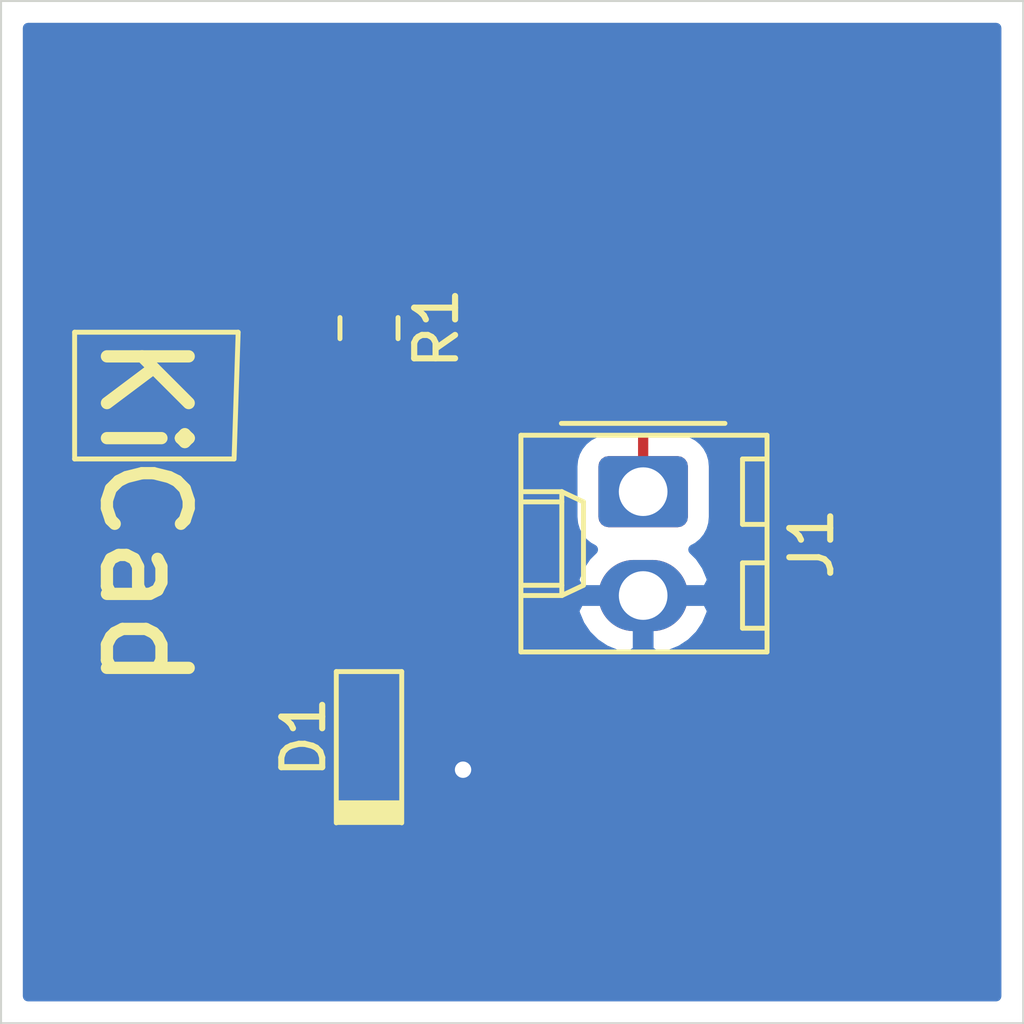
<source format=kicad_pcb>
(kicad_pcb (version 20171130) (host pcbnew "(5.1.6)-1")

  (general
    (thickness 1.6)
    (drawings 9)
    (tracks 9)
    (zones 0)
    (modules 3)
    (nets 4)
  )

  (page A4)
  (layers
    (0 F.Cu signal)
    (31 B.Cu signal)
    (32 B.Adhes user)
    (33 F.Adhes user)
    (34 B.Paste user)
    (35 F.Paste user)
    (36 B.SilkS user)
    (37 F.SilkS user)
    (38 B.Mask user)
    (39 F.Mask user)
    (40 Dwgs.User user)
    (41 Cmts.User user)
    (42 Eco1.User user)
    (43 Eco2.User user)
    (44 Edge.Cuts user)
    (45 Margin user)
    (46 B.CrtYd user)
    (47 F.CrtYd user)
    (48 B.Fab user)
    (49 F.Fab user)
  )

  (setup
    (last_trace_width 0.25)
    (trace_clearance 0.2)
    (zone_clearance 0.508)
    (zone_45_only no)
    (trace_min 0.2)
    (via_size 0.8)
    (via_drill 0.4)
    (via_min_size 0.4)
    (via_min_drill 0.3)
    (uvia_size 0.3)
    (uvia_drill 0.1)
    (uvias_allowed no)
    (uvia_min_size 0.2)
    (uvia_min_drill 0.1)
    (edge_width 0.05)
    (segment_width 0.2)
    (pcb_text_width 0.3)
    (pcb_text_size 1.5 1.5)
    (mod_edge_width 0.12)
    (mod_text_size 1 1)
    (mod_text_width 0.15)
    (pad_size 1.524 1.524)
    (pad_drill 0.762)
    (pad_to_mask_clearance 0.1)
    (aux_axis_origin 0 0)
    (visible_elements 7FFDFFFF)
    (pcbplotparams
      (layerselection 0x20000_7ffffffe)
      (usegerberextensions false)
      (usegerberattributes true)
      (usegerberadvancedattributes true)
      (creategerberjobfile true)
      (excludeedgelayer false)
      (linewidth 0.100000)
      (plotframeref false)
      (viasonmask false)
      (mode 1)
      (useauxorigin false)
      (hpglpennumber 1)
      (hpglpenspeed 20)
      (hpglpendiameter 15.000000)
      (psnegative false)
      (psa4output false)
      (plotreference true)
      (plotvalue false)
      (plotinvisibletext false)
      (padsonsilk false)
      (subtractmaskfromsilk false)
      (outputformat 4)
      (mirror false)
      (drillshape 0)
      (scaleselection 1)
      (outputdirectory ""))
  )

  (net 0 "")
  (net 1 /DIODE)
  (net 2 GND)
  (net 3 +3V3)

  (net_class Default "This is the default net class."
    (clearance 0.2)
    (trace_width 0.25)
    (via_dia 0.8)
    (via_drill 0.4)
    (uvia_dia 0.3)
    (uvia_drill 0.1)
    (add_net +3V3)
    (add_net /DIODE)
    (add_net GND)
  )

  (module Resistor_SMD:R_0805_2012Metric (layer F.Cu) (tedit 5B36C52B) (tstamp 5F0D8273)
    (at 134 88 270)
    (descr "Resistor SMD 0805 (2012 Metric), square (rectangular) end terminal, IPC_7351 nominal, (Body size source: https://docs.google.com/spreadsheets/d/1BsfQQcO9C6DZCsRaXUlFlo91Tg2WpOkGARC1WS5S8t0/edit?usp=sharing), generated with kicad-footprint-generator")
    (tags resistor)
    (path /5F0E44E8)
    (attr smd)
    (fp_text reference R1 (at 0 -1.65 90) (layer F.SilkS)
      (effects (font (size 1 1) (thickness 0.15)))
    )
    (fp_text value R (at 0 1.65 90) (layer F.Fab)
      (effects (font (size 1 1) (thickness 0.15)))
    )
    (fp_text user %R (at 0 0 90) (layer F.Fab)
      (effects (font (size 0.5 0.5) (thickness 0.08)))
    )
    (fp_line (start -1 0.6) (end -1 -0.6) (layer F.Fab) (width 0.1))
    (fp_line (start -1 -0.6) (end 1 -0.6) (layer F.Fab) (width 0.1))
    (fp_line (start 1 -0.6) (end 1 0.6) (layer F.Fab) (width 0.1))
    (fp_line (start 1 0.6) (end -1 0.6) (layer F.Fab) (width 0.1))
    (fp_line (start -0.258578 -0.71) (end 0.258578 -0.71) (layer F.SilkS) (width 0.12))
    (fp_line (start -0.258578 0.71) (end 0.258578 0.71) (layer F.SilkS) (width 0.12))
    (fp_line (start -1.68 0.95) (end -1.68 -0.95) (layer F.CrtYd) (width 0.05))
    (fp_line (start -1.68 -0.95) (end 1.68 -0.95) (layer F.CrtYd) (width 0.05))
    (fp_line (start 1.68 -0.95) (end 1.68 0.95) (layer F.CrtYd) (width 0.05))
    (fp_line (start 1.68 0.95) (end -1.68 0.95) (layer F.CrtYd) (width 0.05))
    (pad 2 smd roundrect (at 0.9375 0 270) (size 0.975 1.4) (layers F.Cu F.Paste F.Mask) (roundrect_rratio 0.25)
      (net 1 /DIODE))
    (pad 1 smd roundrect (at -0.9375 0 270) (size 0.975 1.4) (layers F.Cu F.Paste F.Mask) (roundrect_rratio 0.25)
      (net 3 +3V3))
    (model ${KISYS3DMOD}/Resistor_SMD.3dshapes/R_0805_2012Metric.wrl
      (at (xyz 0 0 0))
      (scale (xyz 1 1 1))
      (rotate (xyz 0 0 0))
    )
  )

  (module Connector_Molex:Molex_KK-254_AE-6410-02A_1x02_P2.54mm_Vertical (layer F.Cu) (tedit 5EA53D3B) (tstamp 5F0D7683)
    (at 140.705 92 270)
    (descr "Molex KK-254 Interconnect System, old/engineering part number: AE-6410-02A example for new part number: 22-27-2021, 2 Pins (http://www.molex.com/pdm_docs/sd/022272021_sd.pdf), generated with kicad-footprint-generator")
    (tags "connector Molex KK-254 vertical")
    (path /5F0E4D0E)
    (fp_text reference J1 (at 1.27 -4.12 90) (layer F.SilkS)
      (effects (font (size 1 1) (thickness 0.15)))
    )
    (fp_text value Conn_01x02_Male (at 1.27 4.08 90) (layer F.Fab)
      (effects (font (size 1 1) (thickness 0.15)))
    )
    (fp_text user %R (at 1.3 -0.095 90) (layer F.Fab)
      (effects (font (size 1 1) (thickness 0.15)))
    )
    (fp_line (start -1.27 -2.92) (end -1.27 2.88) (layer F.Fab) (width 0.1))
    (fp_line (start -1.27 2.88) (end 3.81 2.88) (layer F.Fab) (width 0.1))
    (fp_line (start 3.81 2.88) (end 3.81 -2.92) (layer F.Fab) (width 0.1))
    (fp_line (start 3.81 -2.92) (end -1.27 -2.92) (layer F.Fab) (width 0.1))
    (fp_line (start -1.38 -3.03) (end -1.38 2.99) (layer F.SilkS) (width 0.12))
    (fp_line (start -1.38 2.99) (end 3.92 2.99) (layer F.SilkS) (width 0.12))
    (fp_line (start 3.92 2.99) (end 3.92 -3.03) (layer F.SilkS) (width 0.12))
    (fp_line (start 3.92 -3.03) (end -1.38 -3.03) (layer F.SilkS) (width 0.12))
    (fp_line (start -1.67 -2) (end -1.67 2) (layer F.SilkS) (width 0.12))
    (fp_line (start -1.27 -0.5) (end -0.562893 0) (layer F.Fab) (width 0.1))
    (fp_line (start -0.562893 0) (end -1.27 0.5) (layer F.Fab) (width 0.1))
    (fp_line (start 0 2.99) (end 0 1.99) (layer F.SilkS) (width 0.12))
    (fp_line (start 0 1.99) (end 2.54 1.99) (layer F.SilkS) (width 0.12))
    (fp_line (start 2.54 1.99) (end 2.54 2.99) (layer F.SilkS) (width 0.12))
    (fp_line (start 0 1.99) (end 0.25 1.46) (layer F.SilkS) (width 0.12))
    (fp_line (start 0.25 1.46) (end 2.29 1.46) (layer F.SilkS) (width 0.12))
    (fp_line (start 2.29 1.46) (end 2.54 1.99) (layer F.SilkS) (width 0.12))
    (fp_line (start 0.25 2.99) (end 0.25 1.99) (layer F.SilkS) (width 0.12))
    (fp_line (start 2.29 2.99) (end 2.29 1.99) (layer F.SilkS) (width 0.12))
    (fp_line (start -0.8 -3.03) (end -0.8 -2.43) (layer F.SilkS) (width 0.12))
    (fp_line (start -0.8 -2.43) (end 0.8 -2.43) (layer F.SilkS) (width 0.12))
    (fp_line (start 0.8 -2.43) (end 0.8 -3.03) (layer F.SilkS) (width 0.12))
    (fp_line (start 1.74 -3.03) (end 1.74 -2.43) (layer F.SilkS) (width 0.12))
    (fp_line (start 1.74 -2.43) (end 3.34 -2.43) (layer F.SilkS) (width 0.12))
    (fp_line (start 3.34 -2.43) (end 3.34 -3.03) (layer F.SilkS) (width 0.12))
    (fp_line (start -1.77 -3.42) (end -1.77 3.38) (layer F.CrtYd) (width 0.05))
    (fp_line (start -1.77 3.38) (end 4.31 3.38) (layer F.CrtYd) (width 0.05))
    (fp_line (start 4.31 3.38) (end 4.31 -3.42) (layer F.CrtYd) (width 0.05))
    (fp_line (start 4.31 -3.42) (end -1.77 -3.42) (layer F.CrtYd) (width 0.05))
    (pad 2 thru_hole oval (at 2.54 0 270) (size 1.74 2.19) (drill 1.19) (layers *.Cu *.Mask)
      (net 2 GND))
    (pad 1 thru_hole roundrect (at 0 0 270) (size 1.74 2.19) (drill 1.19) (layers *.Cu *.Mask) (roundrect_rratio 0.143678)
      (net 3 +3V3))
    (model ${KISYS3DMOD}/Connector_Molex.3dshapes/Molex_KK-254_AE-6410-02A_1x02_P2.54mm_Vertical.wrl
      (at (xyz 0 0 0))
      (scale (xyz 1 1 1))
      (rotate (xyz 0 0 0))
    )
  )

  (module MyPCBLib:LED0603 (layer F.Cu) (tedit 5F0DA74E) (tstamp 5F0D7876)
    (at 134 98 90)
    (path /5F0C2A84)
    (attr smd)
    (fp_text reference D1 (at 0 -1.6 90) (layer F.SilkS)
      (effects (font (size 1 1) (thickness 0.15)))
    )
    (fp_text value LED (at 0 1.7 90) (layer F.Fab)
      (effects (font (size 1 1) (thickness 0.15)))
    )
    (fp_text user %R (at 0 0 90) (layer F.Fab)
      (effects (font (size 0.7 0.7) (thickness 0.1)))
    )
    (fp_line (start 1.6 0.8) (end -1.6 0.8) (layer F.CrtYd) (width 0.12))
    (fp_line (start 1.6 -0.8) (end 1.6 0.8) (layer F.CrtYd) (width 0.12))
    (fp_line (start -1.6 -0.8) (end 1.6 -0.8) (layer F.CrtYd) (width 0.12))
    (fp_poly (pts (xy -1.6 0.8) (xy -2.1 0.8) (xy -2.1 -0.8) (xy -1.6 -0.8)) (layer F.SilkS) (width 0.1))
    (fp_line (start 1.6 0.8) (end -2.1 0.8) (layer F.SilkS) (width 0.12))
    (fp_line (start 1.6 -0.8) (end 1.6 0.8) (layer F.SilkS) (width 0.12))
    (fp_line (start -2.1 -0.8) (end 1.6 -0.8) (layer F.SilkS) (width 0.12))
    (fp_poly (pts (xy -1.6 0.8) (xy -1.9 0.8) (xy -1.9 -0.8) (xy -1.6 -0.8)) (layer F.Fab) (width 0.1))
    (fp_line (start 1.6 0.8) (end -1.9 0.8) (layer F.Fab) (width 0.12))
    (fp_line (start 1.6 -0.8) (end 1.6 0.8) (layer F.Fab) (width 0.12))
    (fp_line (start -1.9 -0.8) (end 1.6 -0.8) (layer F.Fab) (width 0.12))
    (fp_line (start -1.6 -0.8) (end -1.6 0.8) (layer F.CrtYd) (width 0.12))
    (pad A smd rect (at 0.825 0 90) (size 0.8 0.8) (layers F.Cu F.Paste F.Mask)
      (net 1 /DIODE))
    (pad C smd rect (at -0.825 0 90) (size 0.8 0.8) (layers F.Cu F.Paste F.Mask)
      (net 2 GND))
    (model "${KIPRJMOD}/User Library-SMD LED 0603.step"
      (offset (xyz 0 0 0.07000000000000001))
      (scale (xyz 1 1 1))
      (rotate (xyz -90 0 0))
    )
  )

  (gr_line (start 126.8 88.1) (end 126.8 91.2) (layer F.SilkS) (width 0.12) (tstamp 5F1A8BEE))
  (gr_line (start 130.8 88.1) (end 126.8 88.1) (layer F.SilkS) (width 0.12))
  (gr_line (start 130.7 91.2) (end 130.8 88.1) (layer F.SilkS) (width 0.12))
  (gr_line (start 126.8 91.2) (end 130.7 91.2) (layer F.SilkS) (width 0.12))
  (gr_text KiCad (at 128.5 92.5 -90) (layer F.SilkS)
    (effects (font (size 2 2) (thickness 0.3)))
  )
  (gr_line (start 125 80) (end 125 105) (layer Edge.Cuts) (width 0.05) (tstamp 5F0D8B4E))
  (gr_line (start 150 80) (end 125 80) (layer Edge.Cuts) (width 0.05))
  (gr_line (start 150 105) (end 150 80) (layer Edge.Cuts) (width 0.05))
  (gr_line (start 125 105) (end 150 105) (layer Edge.Cuts) (width 0.05))

  (segment (start 134 88.9375) (end 134 97.175) (width 0.25) (layer F.Cu) (net 1))
  (via (at 136.3 98.8) (size 0.8) (drill 0.4) (layers F.Cu B.Cu) (net 2))
  (segment (start 134 98.825) (end 136.275 98.825) (width 0.25) (layer F.Cu) (net 2))
  (segment (start 136.275 98.825) (end 136.3 98.8) (width 0.25) (layer F.Cu) (net 2))
  (segment (start 134 86.15) (end 134 87.0625) (width 0.25) (layer F.Cu) (net 3))
  (segment (start 139.5 85.2) (end 134.95 85.2) (width 0.25) (layer F.Cu) (net 3))
  (segment (start 140.705 92) (end 140.705 86.405) (width 0.25) (layer F.Cu) (net 3))
  (segment (start 134.95 85.2) (end 134 86.15) (width 0.25) (layer F.Cu) (net 3))
  (segment (start 140.705 86.405) (end 139.5 85.2) (width 0.25) (layer F.Cu) (net 3))

  (zone (net 2) (net_name GND) (layer B.Cu) (tstamp 5F0DB10B) (hatch edge 0.508)
    (connect_pads (clearance 0.508))
    (min_thickness 0.254)
    (fill yes (arc_segments 32) (thermal_gap 0.508) (thermal_bridge_width 0.508))
    (polygon
      (pts
        (xy 150 105) (xy 125 105) (xy 125 80) (xy 150 80)
      )
    )
    (filled_polygon
      (pts
        (xy 149.34 104.34) (xy 125.66 104.34) (xy 125.66 94.900031) (xy 139.018698 94.900031) (xy 139.035449 94.987591)
        (xy 139.150526 95.260809) (xy 139.316694 95.506326) (xy 139.527567 95.714708) (xy 139.775042 95.877947) (xy 140.049608 95.989769)
        (xy 140.340714 96.045877) (xy 140.578 95.890376) (xy 140.578 94.667) (xy 140.832 94.667) (xy 140.832 95.890376)
        (xy 141.069286 96.045877) (xy 141.360392 95.989769) (xy 141.634958 95.877947) (xy 141.882433 95.714708) (xy 142.093306 95.506326)
        (xy 142.259474 95.260809) (xy 142.374551 94.987591) (xy 142.391302 94.900031) (xy 142.270246 94.667) (xy 140.832 94.667)
        (xy 140.578 94.667) (xy 139.139754 94.667) (xy 139.018698 94.900031) (xy 125.66 94.900031) (xy 125.66 91.379999)
        (xy 138.971928 91.379999) (xy 138.971928 92.620001) (xy 138.988992 92.793255) (xy 139.039528 92.959851) (xy 139.121595 93.113387)
        (xy 139.232038 93.247962) (xy 139.366613 93.358405) (xy 139.47559 93.416655) (xy 139.316694 93.573674) (xy 139.150526 93.819191)
        (xy 139.035449 94.092409) (xy 139.018698 94.179969) (xy 139.139754 94.413) (xy 140.578 94.413) (xy 140.578 94.393)
        (xy 140.832 94.393) (xy 140.832 94.413) (xy 142.270246 94.413) (xy 142.391302 94.179969) (xy 142.374551 94.092409)
        (xy 142.259474 93.819191) (xy 142.093306 93.573674) (xy 141.93441 93.416655) (xy 142.043387 93.358405) (xy 142.177962 93.247962)
        (xy 142.288405 93.113387) (xy 142.370472 92.959851) (xy 142.421008 92.793255) (xy 142.438072 92.620001) (xy 142.438072 91.379999)
        (xy 142.421008 91.206745) (xy 142.370472 91.040149) (xy 142.288405 90.886613) (xy 142.177962 90.752038) (xy 142.043387 90.641595)
        (xy 141.889851 90.559528) (xy 141.723255 90.508992) (xy 141.550001 90.491928) (xy 139.859999 90.491928) (xy 139.686745 90.508992)
        (xy 139.520149 90.559528) (xy 139.366613 90.641595) (xy 139.232038 90.752038) (xy 139.121595 90.886613) (xy 139.039528 91.040149)
        (xy 138.988992 91.206745) (xy 138.971928 91.379999) (xy 125.66 91.379999) (xy 125.66 80.66) (xy 149.340001 80.66)
      )
    )
  )
)

</source>
